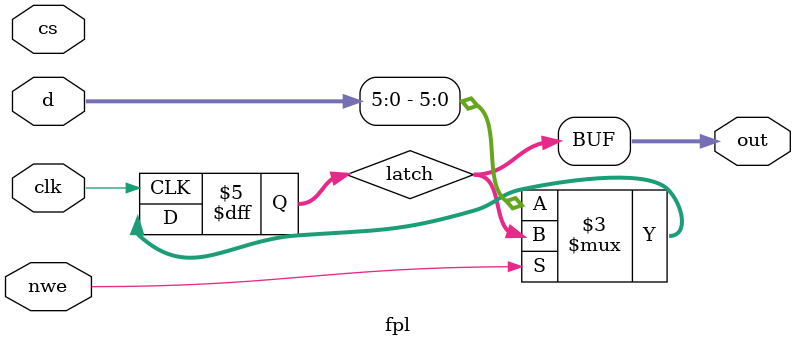
<source format=v>
module fpl(cs, nwe, d, out, clk);
   input 	  cs;
   input 	  nwe;
   input [7:0] 	  d;
   output [18:13] out;
   input 	  clk;

   reg [18:13] 	  latch;

   assign out[18:13] = latch[18:13];
   
   always @(posedge clk)
     begin
	if (!nwe)
	  latch[18:13] <= d[5:0];	
     end   

endmodule // fpl

</source>
